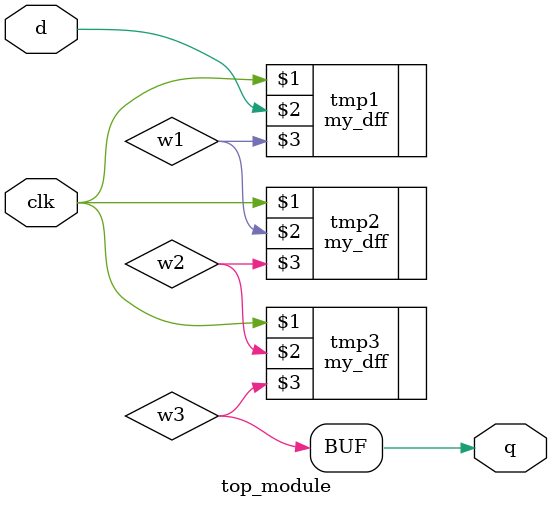
<source format=v>
module top_module ( input clk, input d, output q );
    wire w1,w2,w3;
    my_dff tmp1(clk,d,w1);
    my_dff tmp2(clk,w1,w2);
    my_dff tmp3(clk,w2,w3);
    assign q = w3;
endmodule
</source>
